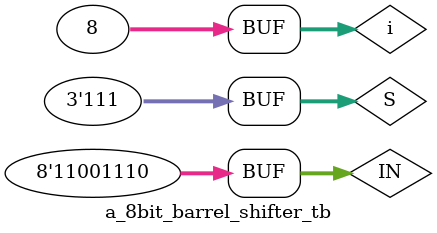
<source format=v>
module  a_mux2x1(i0,i1,s0,y);

input i0,i1,s0;
output y;

assign y=s0?i1:i0;
endmodule

module a_8bit_barrel_shifter (in,s,out);

input [7:0]in;
input [2:0]s;
output [7:0]out;

wire [7:0]p,l;

//shift by 4

a_mux2x1 inst1(in[0],in[4],s[2],p[0]);
a_mux2x1 inst2(in[1],in[5],s[2],p[1]);
a_mux2x1 inst3(in[2],in[6],s[2],p[2]);
a_mux2x1 inst4(in[3],in[7],s[2],p[3]);
a_mux2x1 inst5(in[4],in[0],s[2],p[4]);
a_mux2x1 inst6(in[5],in[1],s[2],p[5]);
a_mux2x1 inst7(in[6],in[2],s[2],p[6]);
a_mux2x1 inst8(in[7],in[3],s[2],p[7]);


//shift  by 2

a_mux2x1  inst9(p[0],p[2],s[1],l[0]);
a_mux2x1 inst10(p[1],p[3],s[1],l[1]);
a_mux2x1 inst11(p[2],p[4],s[1],l[2]);
a_mux2x1 inst12(p[3],p[5],s[1],l[3]);
a_mux2x1 inst13(p[4],p[6],s[1],l[4]);
a_mux2x1 inst14(p[5],p[7],s[1],l[5]);
a_mux2x1 inst15(p[6],p[0],s[1],l[6]);
a_mux2x1 inst16(p[7],p[1],s[1],l[7]);

//shift by 1

a_mux2x1 inst17(l[0],l[1],s[0],out[0]);
a_mux2x1 inst18(l[1],l[2],s[0],out[1]);
a_mux2x1 inst19(l[2],l[3],s[0],out[2]);
a_mux2x1 inst20(l[3],l[4],s[0],out[3]);
a_mux2x1 inst21(l[4],l[5],s[0],out[4]);
a_mux2x1 inst22(l[5],l[6],s[0],out[5]);
a_mux2x1 inst23(l[6],l[7],s[0],out[6]);
a_mux2x1 inst24(l[7],l[0],s[0],out[7]);

    
endmodule

module a_8bit_barrel_shifter_tb;

wire [7:0]OUT;
reg [7:0]IN;
reg [2:0]S;
integer i;

a_8bit_barrel_shifter dut(IN,S,OUT);

initial begin
    $monitor("%0d\tin=%b\tsel=%b(%0d)\tout=%b",$time,IN,S,S,OUT);
    i=0; IN=8'b11001110;
    for (i =0 ;i<8 ;i=i+1) begin
        #5 S=i;
    end

end

endmodule
 

</source>
